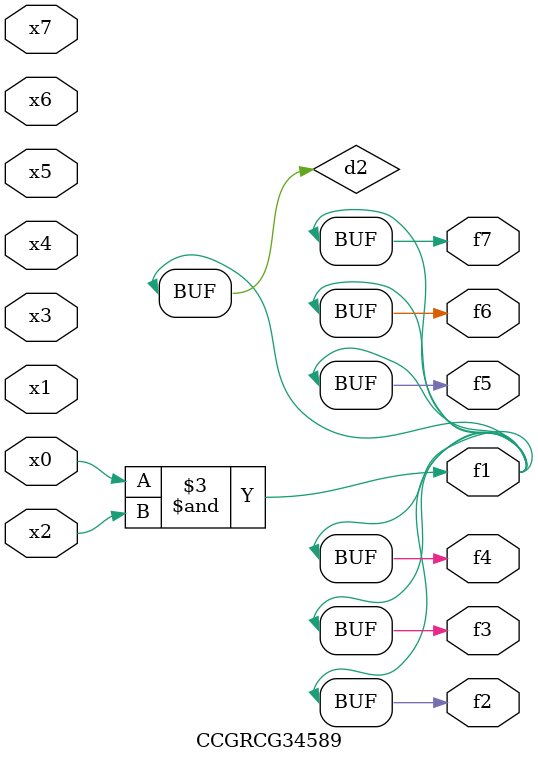
<source format=v>
module CCGRCG34589(
	input x0, x1, x2, x3, x4, x5, x6, x7,
	output f1, f2, f3, f4, f5, f6, f7
);

	wire d1, d2;

	nor (d1, x3, x6);
	and (d2, x0, x2);
	assign f1 = d2;
	assign f2 = d2;
	assign f3 = d2;
	assign f4 = d2;
	assign f5 = d2;
	assign f6 = d2;
	assign f7 = d2;
endmodule

</source>
